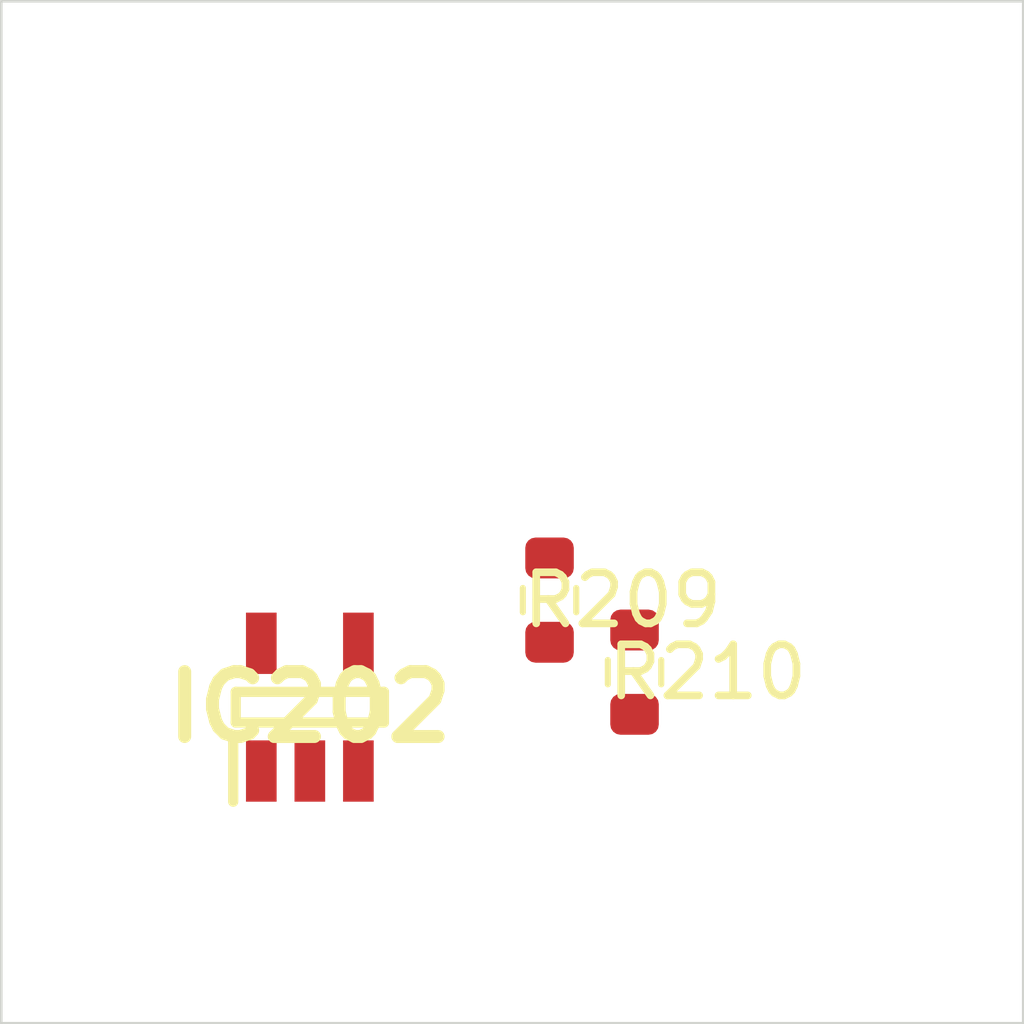
<source format=kicad_pcb>
 ( kicad_pcb  ( version 20171130 )
 ( host pcbnew 5.1.12-84ad8e8a86~92~ubuntu18.04.1 )
 ( general  ( thickness 1.6 )
 ( drawings 4 )
 ( tracks 0 )
 ( zones 0 )
 ( modules 3 )
 ( nets 5 )
)
 ( page A4 )
 ( layers  ( 0 F.Cu signal )
 ( 31 B.Cu signal )
 ( 32 B.Adhes user )
 ( 33 F.Adhes user )
 ( 34 B.Paste user )
 ( 35 F.Paste user )
 ( 36 B.SilkS user )
 ( 37 F.SilkS user )
 ( 38 B.Mask user )
 ( 39 F.Mask user )
 ( 40 Dwgs.User user )
 ( 41 Cmts.User user )
 ( 42 Eco1.User user )
 ( 43 Eco2.User user )
 ( 44 Edge.Cuts user )
 ( 45 Margin user )
 ( 46 B.CrtYd user )
 ( 47 F.CrtYd user )
 ( 48 B.Fab user )
 ( 49 F.Fab user )
)
 ( setup  ( last_trace_width 0.25 )
 ( trace_clearance 0.2 )
 ( zone_clearance 0.508 )
 ( zone_45_only no )
 ( trace_min 0.2 )
 ( via_size 0.8 )
 ( via_drill 0.4 )
 ( via_min_size 0.4 )
 ( via_min_drill 0.3 )
 ( uvia_size 0.3 )
 ( uvia_drill 0.1 )
 ( uvias_allowed no )
 ( uvia_min_size 0.2 )
 ( uvia_min_drill 0.1 )
 ( edge_width 0.05 )
 ( segment_width 0.2 )
 ( pcb_text_width 0.3 )
 ( pcb_text_size 1.5 1.5 )
 ( mod_edge_width 0.12 )
 ( mod_text_size 1 1 )
 ( mod_text_width 0.15 )
 ( pad_size 1.524 1.524 )
 ( pad_drill 0.762 )
 ( pad_to_mask_clearance 0 )
 ( aux_axis_origin 0 0 )
 ( visible_elements FFFFFF7F )
 ( pcbplotparams  ( layerselection 0x010fc_ffffffff )
 ( usegerberextensions false )
 ( usegerberattributes true )
 ( usegerberadvancedattributes true )
 ( creategerberjobfile true )
 ( excludeedgelayer true )
 ( linewidth 0.100000 )
 ( plotframeref false )
 ( viasonmask false )
 ( mode 1 )
 ( useauxorigin false )
 ( hpglpennumber 1 )
 ( hpglpenspeed 20 )
 ( hpglpendiameter 15.000000 )
 ( psnegative false )
 ( psa4output false )
 ( plotreference true )
 ( plotvalue true )
 ( plotinvisibletext false )
 ( padsonsilk false )
 ( subtractmaskfromsilk false )
 ( outputformat 1 )
 ( mirror false )
 ( drillshape 1 )
 ( scaleselection 1 )
 ( outputdirectory "" )
)
)
 ( net 0 "" )
 ( net 1 GND )
 ( net 2 VDDA )
 ( net 3 /Sheet6235D886/vp )
 ( net 4 "Net-(IC202-Pad3)" )
 ( net_class Default "This is the default net class."  ( clearance 0.2 )
 ( trace_width 0.25 )
 ( via_dia 0.8 )
 ( via_drill 0.4 )
 ( uvia_dia 0.3 )
 ( uvia_drill 0.1 )
 ( add_net /Sheet6235D886/vp )
 ( add_net GND )
 ( add_net "Net-(IC202-Pad3)" )
 ( add_net VDDA )
)
 ( module SOT95P280X145-5N locked  ( layer F.Cu )
 ( tedit 62336ED7 )
 ( tstamp 623423ED )
 ( at 86.038900 113.815000 90.000000 )
 ( descr DBV0005A )
 ( tags "Integrated Circuit" )
 ( path /6235D887/6266C08E )
 ( attr smd )
 ( fp_text reference IC202  ( at 0 0 )
 ( layer F.SilkS )
 ( effects  ( font  ( size 1.27 1.27 )
 ( thickness 0.254 )
)
)
)
 ( fp_text value TL071HIDBVR  ( at 0 0 )
 ( layer F.SilkS )
hide  ( effects  ( font  ( size 1.27 1.27 )
 ( thickness 0.254 )
)
)
)
 ( fp_line  ( start -1.85 -1.5 )
 ( end -0.65 -1.5 )
 ( layer F.SilkS )
 ( width 0.2 )
)
 ( fp_line  ( start -0.3 1.45 )
 ( end -0.3 -1.45 )
 ( layer F.SilkS )
 ( width 0.2 )
)
 ( fp_line  ( start 0.3 1.45 )
 ( end -0.3 1.45 )
 ( layer F.SilkS )
 ( width 0.2 )
)
 ( fp_line  ( start 0.3 -1.45 )
 ( end 0.3 1.45 )
 ( layer F.SilkS )
 ( width 0.2 )
)
 ( fp_line  ( start -0.3 -1.45 )
 ( end 0.3 -1.45 )
 ( layer F.SilkS )
 ( width 0.2 )
)
 ( fp_line  ( start -0.8 -0.5 )
 ( end 0.15 -1.45 )
 ( layer Dwgs.User )
 ( width 0.1 )
)
 ( fp_line  ( start -0.8 1.45 )
 ( end -0.8 -1.45 )
 ( layer Dwgs.User )
 ( width 0.1 )
)
 ( fp_line  ( start 0.8 1.45 )
 ( end -0.8 1.45 )
 ( layer Dwgs.User )
 ( width 0.1 )
)
 ( fp_line  ( start 0.8 -1.45 )
 ( end 0.8 1.45 )
 ( layer Dwgs.User )
 ( width 0.1 )
)
 ( fp_line  ( start -0.8 -1.45 )
 ( end 0.8 -1.45 )
 ( layer Dwgs.User )
 ( width 0.1 )
)
 ( fp_line  ( start -2.1 1.775 )
 ( end -2.1 -1.775 )
 ( layer Dwgs.User )
 ( width 0.05 )
)
 ( fp_line  ( start 2.1 1.775 )
 ( end -2.1 1.775 )
 ( layer Dwgs.User )
 ( width 0.05 )
)
 ( fp_line  ( start 2.1 -1.775 )
 ( end 2.1 1.775 )
 ( layer Dwgs.User )
 ( width 0.05 )
)
 ( fp_line  ( start -2.1 -1.775 )
 ( end 2.1 -1.775 )
 ( layer Dwgs.User )
 ( width 0.05 )
)
 ( pad 1 smd rect  ( at -1.25 -0.95 180.000000 )
 ( size 0.6 1.2 )
 ( layers F.Cu F.Mask F.Paste )
 ( net 3 /Sheet6235D886/vp )
)
 ( pad 2 smd rect  ( at -1.25 0 180.000000 )
 ( size 0.6 1.2 )
 ( layers F.Cu F.Mask F.Paste )
 ( net 1 GND )
)
 ( pad 3 smd rect  ( at -1.25 0.95 180.000000 )
 ( size 0.6 1.2 )
 ( layers F.Cu F.Mask F.Paste )
 ( net 4 "Net-(IC202-Pad3)" )
)
 ( pad 4 smd rect  ( at 1.25 0.95 180.000000 )
 ( size 0.6 1.2 )
 ( layers F.Cu F.Mask F.Paste )
 ( net 3 /Sheet6235D886/vp )
)
 ( pad 5 smd rect  ( at 1.25 -0.95 180.000000 )
 ( size 0.6 1.2 )
 ( layers F.Cu F.Mask F.Paste )
 ( net 2 VDDA )
)
)
 ( module Resistor_SMD:R_0603_1608Metric  ( layer F.Cu )
 ( tedit 5F68FEEE )
 ( tstamp 62342595 )
 ( at 90.730000 111.720000 270.000000 )
 ( descr "Resistor SMD 0603 (1608 Metric), square (rectangular) end terminal, IPC_7351 nominal, (Body size source: IPC-SM-782 page 72, https://www.pcb-3d.com/wordpress/wp-content/uploads/ipc-sm-782a_amendment_1_and_2.pdf), generated with kicad-footprint-generator" )
 ( tags resistor )
 ( path /6235D887/623CDBD9 )
 ( attr smd )
 ( fp_text reference R209  ( at 0 -1.43 )
 ( layer F.SilkS )
 ( effects  ( font  ( size 1 1 )
 ( thickness 0.15 )
)
)
)
 ( fp_text value 100k  ( at 0 1.43 )
 ( layer F.Fab )
 ( effects  ( font  ( size 1 1 )
 ( thickness 0.15 )
)
)
)
 ( fp_line  ( start -0.8 0.4125 )
 ( end -0.8 -0.4125 )
 ( layer F.Fab )
 ( width 0.1 )
)
 ( fp_line  ( start -0.8 -0.4125 )
 ( end 0.8 -0.4125 )
 ( layer F.Fab )
 ( width 0.1 )
)
 ( fp_line  ( start 0.8 -0.4125 )
 ( end 0.8 0.4125 )
 ( layer F.Fab )
 ( width 0.1 )
)
 ( fp_line  ( start 0.8 0.4125 )
 ( end -0.8 0.4125 )
 ( layer F.Fab )
 ( width 0.1 )
)
 ( fp_line  ( start -0.237258 -0.5225 )
 ( end 0.237258 -0.5225 )
 ( layer F.SilkS )
 ( width 0.12 )
)
 ( fp_line  ( start -0.237258 0.5225 )
 ( end 0.237258 0.5225 )
 ( layer F.SilkS )
 ( width 0.12 )
)
 ( fp_line  ( start -1.48 0.73 )
 ( end -1.48 -0.73 )
 ( layer F.CrtYd )
 ( width 0.05 )
)
 ( fp_line  ( start -1.48 -0.73 )
 ( end 1.48 -0.73 )
 ( layer F.CrtYd )
 ( width 0.05 )
)
 ( fp_line  ( start 1.48 -0.73 )
 ( end 1.48 0.73 )
 ( layer F.CrtYd )
 ( width 0.05 )
)
 ( fp_line  ( start 1.48 0.73 )
 ( end -1.48 0.73 )
 ( layer F.CrtYd )
 ( width 0.05 )
)
 ( fp_text user %R  ( at 0 0 )
 ( layer F.Fab )
 ( effects  ( font  ( size 0.4 0.4 )
 ( thickness 0.06 )
)
)
)
 ( pad 1 smd roundrect  ( at -0.825 0 270.000000 )
 ( size 0.8 0.95 )
 ( layers F.Cu F.Mask F.Paste )
 ( roundrect_rratio 0.25 )
 ( net 2 VDDA )
)
 ( pad 2 smd roundrect  ( at 0.825 0 270.000000 )
 ( size 0.8 0.95 )
 ( layers F.Cu F.Mask F.Paste )
 ( roundrect_rratio 0.25 )
 ( net 4 "Net-(IC202-Pad3)" )
)
 ( model ${KISYS3DMOD}/Resistor_SMD.3dshapes/R_0603_1608Metric.wrl  ( at  ( xyz 0 0 0 )
)
 ( scale  ( xyz 1 1 1 )
)
 ( rotate  ( xyz 0 0 0 )
)
)
)
 ( module Resistor_SMD:R_0603_1608Metric  ( layer F.Cu )
 ( tedit 5F68FEEE )
 ( tstamp 623425A6 )
 ( at 92.393500 113.130000 270.000000 )
 ( descr "Resistor SMD 0603 (1608 Metric), square (rectangular) end terminal, IPC_7351 nominal, (Body size source: IPC-SM-782 page 72, https://www.pcb-3d.com/wordpress/wp-content/uploads/ipc-sm-782a_amendment_1_and_2.pdf), generated with kicad-footprint-generator" )
 ( tags resistor )
 ( path /6235D887/623CDBDF )
 ( attr smd )
 ( fp_text reference R210  ( at 0 -1.43 )
 ( layer F.SilkS )
 ( effects  ( font  ( size 1 1 )
 ( thickness 0.15 )
)
)
)
 ( fp_text value 100k  ( at 0 1.43 )
 ( layer F.Fab )
 ( effects  ( font  ( size 1 1 )
 ( thickness 0.15 )
)
)
)
 ( fp_line  ( start 1.48 0.73 )
 ( end -1.48 0.73 )
 ( layer F.CrtYd )
 ( width 0.05 )
)
 ( fp_line  ( start 1.48 -0.73 )
 ( end 1.48 0.73 )
 ( layer F.CrtYd )
 ( width 0.05 )
)
 ( fp_line  ( start -1.48 -0.73 )
 ( end 1.48 -0.73 )
 ( layer F.CrtYd )
 ( width 0.05 )
)
 ( fp_line  ( start -1.48 0.73 )
 ( end -1.48 -0.73 )
 ( layer F.CrtYd )
 ( width 0.05 )
)
 ( fp_line  ( start -0.237258 0.5225 )
 ( end 0.237258 0.5225 )
 ( layer F.SilkS )
 ( width 0.12 )
)
 ( fp_line  ( start -0.237258 -0.5225 )
 ( end 0.237258 -0.5225 )
 ( layer F.SilkS )
 ( width 0.12 )
)
 ( fp_line  ( start 0.8 0.4125 )
 ( end -0.8 0.4125 )
 ( layer F.Fab )
 ( width 0.1 )
)
 ( fp_line  ( start 0.8 -0.4125 )
 ( end 0.8 0.4125 )
 ( layer F.Fab )
 ( width 0.1 )
)
 ( fp_line  ( start -0.8 -0.4125 )
 ( end 0.8 -0.4125 )
 ( layer F.Fab )
 ( width 0.1 )
)
 ( fp_line  ( start -0.8 0.4125 )
 ( end -0.8 -0.4125 )
 ( layer F.Fab )
 ( width 0.1 )
)
 ( fp_text user %R  ( at 0 0 )
 ( layer F.Fab )
 ( effects  ( font  ( size 0.4 0.4 )
 ( thickness 0.06 )
)
)
)
 ( pad 2 smd roundrect  ( at 0.825 0 270.000000 )
 ( size 0.8 0.95 )
 ( layers F.Cu F.Mask F.Paste )
 ( roundrect_rratio 0.25 )
 ( net 1 GND )
)
 ( pad 1 smd roundrect  ( at -0.825 0 270.000000 )
 ( size 0.8 0.95 )
 ( layers F.Cu F.Mask F.Paste )
 ( roundrect_rratio 0.25 )
 ( net 4 "Net-(IC202-Pad3)" )
)
 ( model ${KISYS3DMOD}/Resistor_SMD.3dshapes/R_0603_1608Metric.wrl  ( at  ( xyz 0 0 0 )
)
 ( scale  ( xyz 1 1 1 )
)
 ( rotate  ( xyz 0 0 0 )
)
)
)
 ( gr_line  ( start 100 100 )
 ( end 100 120 )
 ( layer Edge.Cuts )
 ( width 0.05 )
 ( tstamp 62E770C4 )
)
 ( gr_line  ( start 80 120 )
 ( end 100 120 )
 ( layer Edge.Cuts )
 ( width 0.05 )
 ( tstamp 62E770C0 )
)
 ( gr_line  ( start 80 100 )
 ( end 100 100 )
 ( layer Edge.Cuts )
 ( width 0.05 )
 ( tstamp 6234110C )
)
 ( gr_line  ( start 80 100 )
 ( end 80 120 )
 ( layer Edge.Cuts )
 ( width 0.05 )
)
)

</source>
